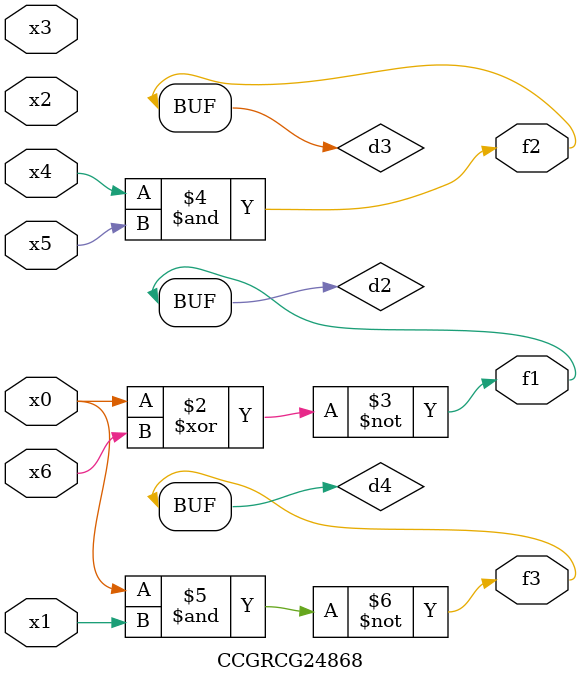
<source format=v>
module CCGRCG24868(
	input x0, x1, x2, x3, x4, x5, x6,
	output f1, f2, f3
);

	wire d1, d2, d3, d4;

	nor (d1, x0);
	xnor (d2, x0, x6);
	and (d3, x4, x5);
	nand (d4, x0, x1);
	assign f1 = d2;
	assign f2 = d3;
	assign f3 = d4;
endmodule

</source>
